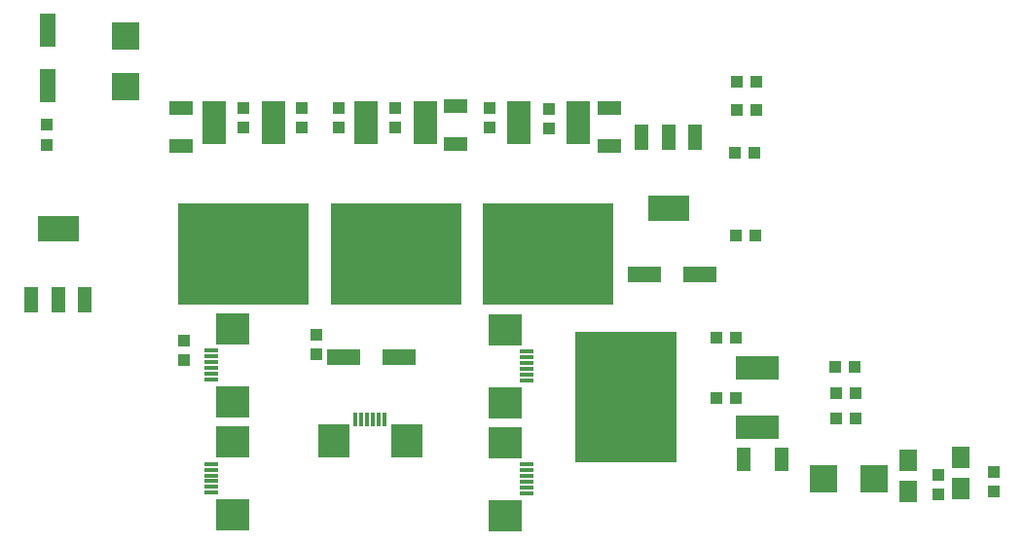
<source format=gtp>
G75*
%MOIN*%
%OFA0B0*%
%FSLAX25Y25*%
%IPPOS*%
%LPD*%
%AMOC8*
5,1,8,0,0,1.08239X$1,22.5*
%
%ADD10R,0.09449X0.09449*%
%ADD11R,0.05512X0.11811*%
%ADD12R,0.03937X0.04331*%
%ADD13R,0.04331X0.03937*%
%ADD14R,0.08000X0.15000*%
%ADD15R,0.45000X0.35000*%
%ADD16R,0.08000X0.05000*%
%ADD17R,0.05906X0.07677*%
%ADD18R,0.04800X0.08800*%
%ADD19R,0.14173X0.08661*%
%ADD20R,0.11811X0.05512*%
%ADD21R,0.04724X0.01181*%
%ADD22R,0.11811X0.10630*%
%ADD23R,0.01181X0.04724*%
%ADD24R,0.10630X0.11811*%
%ADD25R,0.15000X0.08000*%
%ADD26R,0.35000X0.45000*%
%ADD27R,0.05000X0.08000*%
D10*
X0324209Y0068770D03*
X0341532Y0068770D03*
X0085430Y0203022D03*
X0085430Y0220345D03*
D11*
X0058540Y0222234D03*
X0058540Y0203337D03*
D12*
X0058461Y0189833D03*
X0058461Y0183140D03*
X0105509Y0116014D03*
X0105509Y0109321D03*
X0287527Y0116949D03*
X0294220Y0116949D03*
X0328423Y0106960D03*
X0335116Y0106960D03*
X0335216Y0098060D03*
X0328523Y0098060D03*
X0328623Y0089160D03*
X0335316Y0089160D03*
X0294342Y0096280D03*
X0287649Y0096280D03*
X0294076Y0180244D03*
X0300769Y0180244D03*
X0301217Y0195148D03*
X0294524Y0195148D03*
X0294524Y0204754D03*
X0301217Y0204754D03*
D13*
X0230312Y0195384D03*
X0230312Y0188691D03*
X0210036Y0189006D03*
X0210036Y0195699D03*
X0177813Y0195632D03*
X0177813Y0188939D03*
X0158260Y0188939D03*
X0158260Y0195632D03*
X0145574Y0195732D03*
X0145574Y0189039D03*
X0125620Y0189039D03*
X0125620Y0195732D03*
X0150821Y0118123D03*
X0150821Y0111430D03*
X0294403Y0151949D03*
X0301096Y0151949D03*
X0363737Y0069990D03*
X0363737Y0063297D03*
X0382674Y0064282D03*
X0382674Y0070974D03*
D14*
X0240292Y0190541D03*
X0219859Y0190541D03*
X0188166Y0190581D03*
X0167733Y0190581D03*
X0136001Y0190581D03*
X0115568Y0190581D03*
D15*
X0125784Y0145738D03*
X0177949Y0145738D03*
X0230075Y0145699D03*
D16*
X0250955Y0182635D03*
X0250955Y0195635D03*
X0198364Y0196417D03*
X0198364Y0183417D03*
X0104501Y0182545D03*
X0104501Y0195545D03*
D17*
X0353304Y0075010D03*
X0353304Y0064183D03*
X0371453Y0065167D03*
X0371453Y0075994D03*
D18*
X0280370Y0185760D03*
X0271270Y0185760D03*
X0262170Y0185760D03*
X0071301Y0129995D03*
X0062201Y0129995D03*
X0053101Y0129995D03*
D19*
X0062201Y0154396D03*
X0271270Y0161359D03*
D20*
X0263074Y0138612D03*
X0281972Y0138612D03*
X0178934Y0110305D03*
X0160036Y0110305D03*
D21*
X0114515Y0063895D03*
X0114515Y0065863D03*
X0114515Y0067832D03*
X0114515Y0069800D03*
X0114515Y0071769D03*
X0114515Y0073737D03*
X0114515Y0102671D03*
X0114515Y0104639D03*
X0114515Y0106608D03*
X0114515Y0108576D03*
X0114515Y0110545D03*
X0114515Y0112513D03*
X0222683Y0112164D03*
X0222683Y0110196D03*
X0222683Y0108227D03*
X0222683Y0106259D03*
X0222683Y0104290D03*
X0222683Y0102322D03*
X0222683Y0073519D03*
X0222683Y0071550D03*
X0222683Y0069582D03*
X0222683Y0067613D03*
X0222683Y0065645D03*
X0222683Y0063676D03*
D22*
X0215203Y0056078D03*
X0215203Y0081117D03*
X0215203Y0094723D03*
X0215203Y0119763D03*
X0121995Y0120111D03*
X0121995Y0095072D03*
X0121995Y0081336D03*
X0121995Y0056297D03*
D23*
X0164149Y0089094D03*
X0166118Y0089094D03*
X0168086Y0089094D03*
X0170055Y0089094D03*
X0172023Y0089094D03*
X0173992Y0089094D03*
D24*
X0181590Y0081614D03*
X0156551Y0081614D03*
D25*
X0301532Y0086309D03*
X0301532Y0106742D03*
D26*
X0256690Y0096526D03*
D27*
X0297139Y0075197D03*
X0310139Y0075197D03*
M02*

</source>
